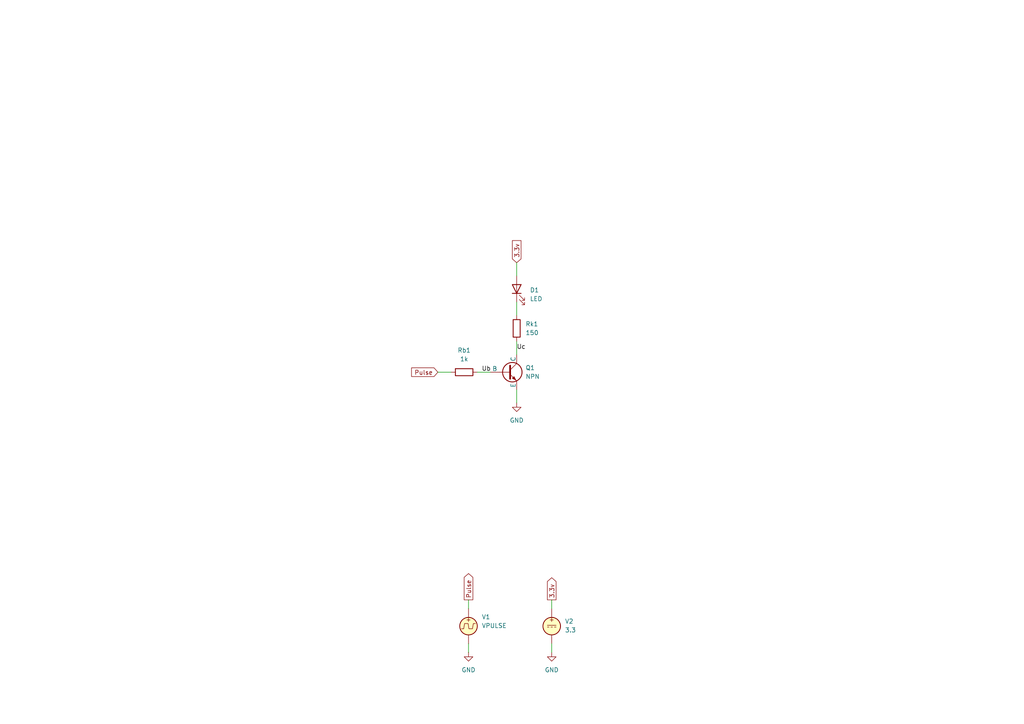
<source format=kicad_sch>
(kicad_sch (version 20250114) (generator "eeschema") (generator_version "9.0")
  (paper "A4")
  (title_block (title "NPN transistor as switch with LED") (date "2025-09-13") (company "GitHub/OJStuff"))
  (lib_symbols
    (symbol "Device:LED" (pin_numbers (hide yes)) (pin_names (offset 1.016) (hide yes))
      (property "Reference" "D" (at 0 2.54 0))
      (property "Value" "LED" (at 0 -2.54 0))
      (symbol "LED_0_1"
        (polyline (pts (xy -3.048 -0.762) (xy -4.572 -2.286) (xy -3.81 -2.286) (xy -4.572 -2.286) (xy -4.572 -1.524)))
        (polyline (pts (xy -1.778 -0.762) (xy -3.302 -2.286) (xy -2.54 -2.286) (xy -3.302 -2.286) (xy -3.302 -1.524)))
        (polyline (pts (xy -1.27 0) (xy 1.27 0)))
        (polyline (pts (xy -1.27 -1.27) (xy -1.27 1.27)) (stroke (width 0.254)))
        (polyline (pts (xy 1.27 -1.27) (xy 1.27 1.27) (xy -1.27 0) (xy 1.27 -1.27)) (stroke (width 0.254)))
      )
      (symbol "LED_1_1"
        (pin passive line (at -3.81 0 0) (length 2.54) (name "K") (number "1"))
        (pin passive line (at 3.81 0 180) (length 2.54) (name "A") (number "2"))
      )
    )
    (symbol "Device:R" (pin_numbers (hide yes)) (pin_names (offset 0))
      (property "Reference" "R" (at 2.032 0 90))
      (property "Value" "R" (at 0 0 90))
      (symbol "R_0_1"
        (rectangle (start -1.016 -2.54) (end 1.016 2.54) (stroke (width 0.254)))
      )
      (symbol "R_1_1"
        (pin passive line (at 0 3.81 270) (length 1.27) (name "~") (number "1"))
        (pin passive line (at 0 -3.81 90) (length 1.27) (name "~") (number "2"))
      )
    )
    (symbol "Simulation_SPICE:NPN" (pin_numbers (hide yes)) (pin_names (offset 0))
      (property "Reference" "Q" (at -2.54 7.62 0))
      (property "Value" "NPN" (at -2.54 5.08 0))
      (symbol "NPN_0_1"
        (polyline (pts (xy -2.54 0) (xy 0.635 0)) (stroke (width 0.1524)))
        (polyline (pts (xy 0.635 1.905) (xy 0.635 -1.905) (xy 0.635 -1.905)) (stroke (width 0.508)))
        (polyline (pts (xy 0.635 0.635) (xy 2.54 2.54)))
        (polyline (pts (xy 0.635 -0.635) (xy 2.54 -2.54) (xy 2.54 -2.54)))
        (circle (center 1.27 0) (radius 2.8194) (stroke (width 0.254)))
        (polyline (pts (xy 1.27 -1.778) (xy 1.778 -1.27) (xy 2.286 -2.286) (xy 1.27 -1.778) (xy 1.27 -1.778)) (fill (type outline)))
        (polyline (pts (xy 2.794 -1.27) (xy 2.794 -1.27)) (stroke (width 0.1524)))
        (polyline (pts (xy 2.794 -1.27) (xy 2.794 -1.27)) (stroke (width 0.1524)))
      )
      (symbol "NPN_1_1"
        (pin input line (at -5.08 0 0) (length 2.54) (name "B") (number "2"))
        (pin open_collector line (at 2.54 5.08 270) (length 2.54) (name "C") (number "1"))
        (pin open_emitter line (at 2.54 -5.08 90) (length 2.54) (name "E") (number "3"))
      )
    )
    (symbol "Simulation_SPICE:VDC" (pin_numbers (hide yes)) (pin_names (offset 0.0254))
      (property "Reference" "V" (at 2.54 2.54 0))
      (property "Value" "1" (at 2.54 0 0))
      (symbol "VDC_0_0"
        (polyline (pts (xy -1.27 0.254) (xy 1.27 0.254)))
        (polyline (pts (xy -0.762 -0.254) (xy -1.27 -0.254)))
        (polyline (pts (xy 0.254 -0.254) (xy -0.254 -0.254)))
        (polyline (pts (xy 1.27 -0.254) (xy 0.762 -0.254)))
        (text "+" (at 0 1.905 0) (effects (font (size 1.27 1.27))))
      )
      (symbol "VDC_0_1"
        (circle (center 0 0) (radius 2.54) (stroke (width 0.254)) (fill (type background)))
      )
      (symbol "VDC_1_1"
        (pin passive line (at 0 5.08 270) (length 2.54) (name "~") (number "1"))
        (pin passive line (at 0 -5.08 90) (length 2.54) (name "~") (number "2"))
      )
    )
    (symbol "Simulation_SPICE:VPULSE" (pin_numbers (hide yes)) (pin_names (offset 0.0254))
      (property "Reference" "V" (at 2.54 2.54 0))
      (property "Value" "VPULSE" (at 2.54 0 0))
      (property "Sim.Params" "y1=0 y2=1 td=2n tr=2n tf=2n tw=50n per=100n" (at 2.54 -2.54 0))
      (symbol "VPULSE_0_0"
        (polyline (pts (xy -2.032 -0.762) (xy -1.397 -0.762) (xy -1.143 0.762) (xy -0.127 0.762) (xy 0.127 -0.762) (xy 1.143 -0.762) (xy 1.397 0.762) (xy 2.032 0.762)))
        (text "+" (at 0 1.905 0) (effects (font (size 1.27 1.27))))
      )
      (symbol "VPULSE_0_1"
        (circle (center 0 0) (radius 2.54) (stroke (width 0.254)) (fill (type background)))
      )
      (symbol "VPULSE_1_1"
        (pin passive line (at 0 5.08 270) (length 2.54) (name "~") (number "1"))
        (pin passive line (at 0 -5.08 90) (length 2.54) (name "~") (number "2"))
      )
    )
    (symbol "power:GND" (power) (pin_numbers (hide yes)) (pin_names (offset 0) (hide yes))
      (property "Value" "GND" (at 0 -3.81 0))
      (symbol "GND_0_1"
        (polyline (pts (xy 0 0) (xy 0 -1.27) (xy 1.27 -1.27) (xy 0 -2.54) (xy -1.27 -1.27) (xy 0 -1.27)))
      )
      (symbol "GND_1_1"
        (pin power_in line (at 0 0 270) (length 0) (name "~") (number "1"))
      )
    )
  )
  (wire (pts (xy 149.86 76.2) (xy 149.86 80.01)))
  (wire (pts (xy 149.86 99.06) (xy 149.86 102.87)))
  (wire (pts (xy 135.89 173.99) (xy 135.89 176.53)))
  (wire (pts (xy 135.89 186.69) (xy 135.89 189.23)))
  (wire (pts (xy 138.43 107.95) (xy 142.24 107.95)))
  (wire (pts (xy 127 107.95) (xy 130.81 107.95)))
  (wire (pts (xy 149.86 87.63) (xy 149.86 91.44)))
  (wire (pts (xy 160.02 173.99) (xy 160.02 176.53)))
  (wire (pts (xy 149.86 113.03) (xy 149.86 116.84)))
  (wire (pts (xy 160.02 186.69) (xy 160.02 189.23)))
  (label "Ub" (at 139.7 107.95 0))
  (label "Uc" (at 149.86 101.6 0))
  (global_label "3.3v" (shape input) (at 149.86 76.2 90) (property "Intersheetrefs" "${INTERSHEET_REFS}" (effects (hide yes))))
  (global_label "3.3v" (shape output) (at 160.02 173.99 90) (property "Intersheetrefs" "${INTERSHEET_REFS}" (effects (hide yes))))
  (global_label "Pulse" (shape input) (at 127 107.95 180) (property "Intersheetrefs" "${INTERSHEET_REFS}" (effects (hide yes))))
  (global_label "Pulse" (shape output) (at 135.89 173.99 90) (property "Intersheetrefs" "${INTERSHEET_REFS}" (effects (hide yes))))
  (symbol (lib_id "Simulation_SPICE:VPULSE") (at 135.89 181.61 0) (unit 1)
    (property "Reference" "V1" (at 139.7 178.9401 0) (effects (justify left)))
    (property "Value" "VPULSE" (at 139.7 181.4801 0) (effects (justify left)))
    (property "Datasheet" "https://ngspice.sourceforge.io/docs/ngspice-html-manual/manual.xhtml#sec_Independent_Sources_for" (effects (hide yes)))
    (property "Description" "Voltage source, pulse" (effects (hide yes)))
    (property "Sim.Pins" "1=+ 2=-" (effects (hide yes)))
    (property "Sim.Type" "PULSE" (effects (hide yes)))
    (property "Sim.Device" "V" (effects (hide yes)))
    (property "Sim.Params" "y1=0 y2=3.3 td=2n tr=2n tf=2n tw=1m per=2m" (effects (hide yes)))
  )
  (symbol (lib_id "Simulation_SPICE:VDC") (at 160.02 181.61 0) (unit 1)
    (property "Reference" "V2" (at 163.83 180.2101 0) (effects (justify left)))
    (property "Value" "3.3" (at 163.83 182.7501 0) (effects (justify left)))
    (property "Datasheet" "https://ngspice.sourceforge.io/docs/ngspice-html-manual/manual.xhtml#sec_Independent_Sources_for" (effects (hide yes)))
    (property "Description" "Voltage source, DC" (effects (hide yes)))
    (property "Sim.Pins" "1=+ 2=-" (effects (hide yes)))
    (property "Sim.Type" "DC" (effects (hide yes)))
    (property "Sim.Device" "V" (effects (hide yes)))
  )
  (symbol (lib_id "Simulation_SPICE:NPN") (at 147.32 107.95 0) (unit 1)
    (property "Reference" "Q1" (at 152.4 106.6799 0) (effects (justify left)))
    (property "Value" "NPN" (at 152.4 109.2199 0) (effects (justify left)))
    (property "Datasheet" "https://ngspice.sourceforge.io/docs/ngspice-html-manual/manual.xhtml#cha_BJTs" (effects (hide yes)))
    (property "Description" "Bipolar transistor symbol for simulation only, substrate tied to the emitter" (effects (hide yes)))
    (property "Sim.Device" "NPN" (effects (hide yes)))
    (property "Sim.Type" "GUMMELPOON" (effects (hide yes)))
    (property "Sim.Pins" "1=C 2=B 3=E" (effects (hide yes)))
  )
  (symbol (lib_id "Device:LED") (at 149.86 83.82 90) (unit 1)
    (property "Reference" "D1" (at 153.67 84.1374 90) (effects (justify right)))
    (property "Value" "LED" (at 153.67 86.6774 90) (effects (justify right)))
    (property "Description" "Light emitting diode" (effects (hide yes)))
    (property "Sim.Pins" "1=K 2=A" (effects (hide yes)))
    (property "Sim.Library" "LED.lib" (effects (hide yes)))
    (property "Sim.Name" "LED" (effects (hide yes)))
    (property "Sim.Device" "D" (effects (hide yes)))
  )
  (symbol (lib_id "power:GND") (at 160.02 189.23 0) (unit 1)
    (property "Reference" "#PWR03" (effects (hide yes)))
    (property "Value" "GND" (at 160.02 194.31 0))
    (property "Description" "Power symbol creates a global label with name \"GND\" , ground" (effects (hide yes)))
  )
  (symbol (lib_id "Device:R") (at 149.86 95.25 0) (unit 1)
    (property "Reference" "Rk1" (at 152.4 93.9799 0) (effects (justify left)))
    (property "Value" "150" (at 152.4 96.5199 0) (effects (justify left)))
    (property "Description" "Resistor" (effects (hide yes)))
  )
  (symbol (lib_id "Device:R") (at 134.62 107.95 90) (unit 1)
    (property "Reference" "Rb1" (at 134.62 101.6 90))
    (property "Value" "1k" (at 134.62 104.14 90))
    (property "Description" "Resistor" (effects (hide yes)))
  )
  (symbol (lib_id "power:GND") (at 135.89 189.23 0) (unit 1)
    (property "Reference" "#PWR04" (effects (hide yes)))
    (property "Value" "GND" (at 135.89 194.31 0))
    (property "Description" "Power symbol creates a global label with name \"GND\" , ground" (effects (hide yes)))
  )
  (symbol (lib_id "power:GND") (at 149.86 116.84 0) (unit 1)
    (property "Reference" "#PWR02" (effects (hide yes)))
    (property "Value" "GND" (at 149.86 121.92 0))
    (property "Description" "Power symbol creates a global label with name \"GND\" , ground" (effects (hide yes)))
  )
)
</source>
